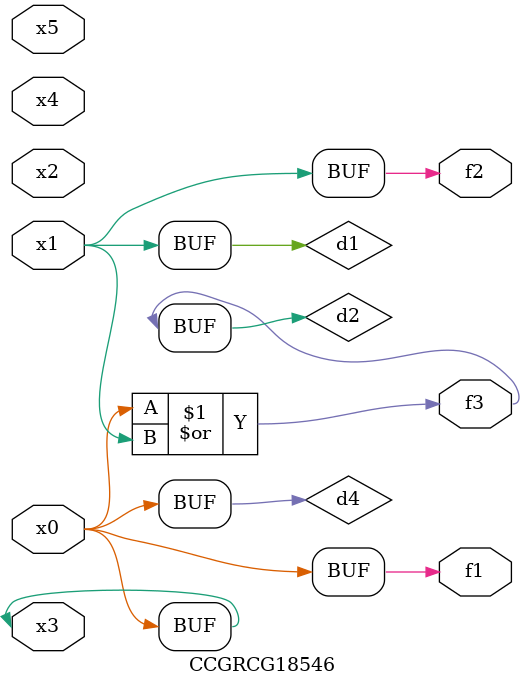
<source format=v>
module CCGRCG18546(
	input x0, x1, x2, x3, x4, x5,
	output f1, f2, f3
);

	wire d1, d2, d3, d4;

	and (d1, x1);
	or (d2, x0, x1);
	nand (d3, x0, x5);
	buf (d4, x0, x3);
	assign f1 = d4;
	assign f2 = d1;
	assign f3 = d2;
endmodule

</source>
